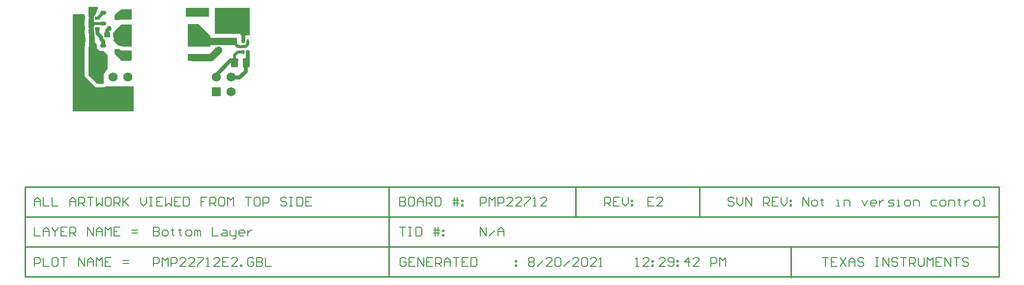
<source format=gbl>
G04*
G04 #@! TF.GenerationSoftware,Altium Limited,Altium Designer,21.6.1 (37)*
G04*
G04 Layer_Physical_Order=4*
G04 Layer_Color=10066329*
%FSAX44Y44*%
%MOMM*%
G71*
G04*
G04 #@! TF.SameCoordinates,618BDD94-0BF2-4233-98CF-319708F98917*
G04*
G04*
G04 #@! TF.FilePolarity,Positive*
G04*
G01*
G75*
%ADD15C,0.2032*%
%ADD17C,0.2540*%
G04:AMPARAMS|DCode=18|XSize=0.75mm|YSize=0.4mm|CornerRadius=0.05mm|HoleSize=0mm|Usage=FLASHONLY|Rotation=270.000|XOffset=0mm|YOffset=0mm|HoleType=Round|Shape=RoundedRectangle|*
%AMROUNDEDRECTD18*
21,1,0.7500,0.3000,0,0,270.0*
21,1,0.6500,0.4000,0,0,270.0*
1,1,0.1000,-0.1500,-0.3250*
1,1,0.1000,-0.1500,0.3250*
1,1,0.1000,0.1500,0.3250*
1,1,0.1000,0.1500,-0.3250*
%
%ADD18ROUNDEDRECTD18*%
%ADD19R,1.2700X1.6002*%
%ADD20R,1.6002X1.2700*%
G04:AMPARAMS|DCode=21|XSize=0.9144mm|YSize=1.2192mm|CornerRadius=0.0503mm|HoleSize=0mm|Usage=FLASHONLY|Rotation=180.000|XOffset=0mm|YOffset=0mm|HoleType=Round|Shape=RoundedRectangle|*
%AMROUNDEDRECTD21*
21,1,0.9144,1.1186,0,0,180.0*
21,1,0.8138,1.2192,0,0,180.0*
1,1,0.1006,-0.4069,0.5593*
1,1,0.1006,0.4069,0.5593*
1,1,0.1006,0.4069,-0.5593*
1,1,0.1006,-0.4069,-0.5593*
%
%ADD21ROUNDEDRECTD21*%
G04:AMPARAMS|DCode=22|XSize=0.9144mm|YSize=1.2192mm|CornerRadius=0.0503mm|HoleSize=0mm|Usage=FLASHONLY|Rotation=270.000|XOffset=0mm|YOffset=0mm|HoleType=Round|Shape=RoundedRectangle|*
%AMROUNDEDRECTD22*
21,1,0.9144,1.1186,0,0,270.0*
21,1,0.8138,1.2192,0,0,270.0*
1,1,0.1006,-0.5593,-0.4069*
1,1,0.1006,-0.5593,0.4069*
1,1,0.1006,0.5593,0.4069*
1,1,0.1006,0.5593,-0.4069*
%
%ADD22ROUNDEDRECTD22*%
G04:AMPARAMS|DCode=23|XSize=1.82mm|YSize=1.12mm|CornerRadius=0.0504mm|HoleSize=0mm|Usage=FLASHONLY|Rotation=0.000|XOffset=0mm|YOffset=0mm|HoleType=Round|Shape=RoundedRectangle|*
%AMROUNDEDRECTD23*
21,1,1.8200,1.0192,0,0,0.0*
21,1,1.7192,1.1200,0,0,0.0*
1,1,0.1008,0.8596,-0.5096*
1,1,0.1008,-0.8596,-0.5096*
1,1,0.1008,-0.8596,0.5096*
1,1,0.1008,0.8596,0.5096*
%
%ADD23ROUNDEDRECTD23*%
G04:AMPARAMS|DCode=24|XSize=0.55mm|YSize=0.8mm|CornerRadius=0.0495mm|HoleSize=0mm|Usage=FLASHONLY|Rotation=270.000|XOffset=0mm|YOffset=0mm|HoleType=Round|Shape=RoundedRectangle|*
%AMROUNDEDRECTD24*
21,1,0.5500,0.7010,0,0,270.0*
21,1,0.4510,0.8000,0,0,270.0*
1,1,0.0990,-0.3505,-0.2255*
1,1,0.0990,-0.3505,0.2255*
1,1,0.0990,0.3505,0.2255*
1,1,0.0990,0.3505,-0.2255*
%
%ADD24ROUNDEDRECTD24*%
G04:AMPARAMS|DCode=25|XSize=0.6mm|YSize=1mm|CornerRadius=0.15mm|HoleSize=0mm|Usage=FLASHONLY|Rotation=90.000|XOffset=0mm|YOffset=0mm|HoleType=Round|Shape=RoundedRectangle|*
%AMROUNDEDRECTD25*
21,1,0.6000,0.7000,0,0,90.0*
21,1,0.3000,1.0000,0,0,90.0*
1,1,0.3000,0.3500,0.1500*
1,1,0.3000,0.3500,-0.1500*
1,1,0.3000,-0.3500,-0.1500*
1,1,0.3000,-0.3500,0.1500*
%
%ADD25ROUNDEDRECTD25*%
%ADD26R,1.0000X0.9500*%
%ADD35C,1.5700*%
G04:AMPARAMS|DCode=36|XSize=1.57mm|YSize=1.57mm|CornerRadius=0.0471mm|HoleSize=0mm|Usage=FLASHONLY|Rotation=0.000|XOffset=0mm|YOffset=0mm|HoleType=Round|Shape=RoundedRectangle|*
%AMROUNDEDRECTD36*
21,1,1.5700,1.4758,0,0,0.0*
21,1,1.4758,1.5700,0,0,0.0*
1,1,0.0942,0.7379,-0.7379*
1,1,0.0942,-0.7379,-0.7379*
1,1,0.0942,-0.7379,0.7379*
1,1,0.0942,0.7379,0.7379*
%
%ADD36ROUNDEDRECTD36*%
%ADD38C,0.6350*%
%ADD39C,0.5080*%
%ADD40C,1.2700*%
%ADD41C,0.8636*%
G36*
X00418518Y00549992D02*
X00378268D01*
Y00565633D01*
X00418518D01*
Y00549992D01*
D02*
G37*
G36*
X00284918Y00545076D02*
X00255268Y00545076D01*
Y00553243D01*
X00267233Y00562761D01*
X00284918D01*
Y00545076D01*
D02*
G37*
G36*
X00488268Y00518203D02*
X00472744D01*
Y00520743D01*
X00459225D01*
X00458393Y00520853D01*
X00428518D01*
Y00565633D01*
X00488268D01*
Y00518203D01*
D02*
G37*
G36*
X00420300Y00516880D02*
Y00498430D01*
X00382052D01*
Y00537113D01*
X00400068D01*
X00420300Y00516880D01*
D02*
G37*
G36*
X00284918Y00498399D02*
X00268794D01*
X00267977Y00499025D01*
X00266067Y00499816D01*
X00264018Y00500086D01*
X00262614D01*
X00253868Y00508832D01*
Y00522340D01*
X00255336Y00524254D01*
X00256130Y00526171D01*
X00266639Y00536679D01*
X00284918D01*
Y00498399D01*
D02*
G37*
G36*
X00264852Y00493262D02*
X00265612Y00492888D01*
X00266316Y00492417D01*
X00266735Y00492334D01*
X00267118Y00492145D01*
X00267963Y00492090D01*
X00268794Y00491924D01*
X00284918D01*
Y00475100D01*
X00266748Y00475100D01*
X00255268Y00486581D01*
Y00493298D01*
X00264806D01*
X00264852Y00493262D01*
D02*
G37*
G36*
X00227018Y00563936D02*
X00226161Y00562820D01*
X00225370Y00560910D01*
X00225100Y00558861D01*
Y00558624D01*
X00223496Y00557020D01*
X00222513D01*
X00220726Y00556784D01*
X00219061Y00556095D01*
X00217631Y00554997D01*
X00216534Y00553568D01*
X00215844Y00551903D01*
X00215609Y00550116D01*
Y00545606D01*
X00215844Y00543819D01*
X00216534Y00542154D01*
X00217631Y00540724D01*
X00218877Y00539768D01*
X00219057Y00538361D01*
X00218877Y00536954D01*
X00217631Y00535998D01*
X00216534Y00534568D01*
X00215844Y00532902D01*
X00215609Y00531116D01*
Y00526606D01*
X00215844Y00524819D01*
X00216411Y00523451D01*
Y00521382D01*
X00216738Y00518895D01*
X00217698Y00516578D01*
X00219225Y00514589D01*
X00221698Y00512115D01*
Y00505806D01*
X00225186Y00502318D01*
X00225100Y00501668D01*
Y00498668D01*
X00225370Y00496619D01*
X00226161Y00494710D01*
X00227419Y00493070D01*
X00229059Y00491811D01*
X00230969Y00491021D01*
X00233018Y00490751D01*
X00235079D01*
X00236518Y00490561D01*
X00236893Y00490611D01*
X00243956Y00483548D01*
Y00460320D01*
X00237268Y00451073D01*
Y00436254D01*
X00235310Y00434645D01*
X00225711D01*
X00210768Y00449587D01*
Y00498955D01*
X00211618D01*
Y00521155D01*
X00210768D01*
Y00525397D01*
X00210901Y00526405D01*
X00211084Y00526849D01*
X00211451Y00529634D01*
X00211084Y00532419D01*
X00210768Y00533183D01*
Y00544398D01*
X00210832Y00544884D01*
X00210911Y00545076D01*
X00211278Y00547861D01*
X00210911Y00550646D01*
X00210832Y00550837D01*
X00210768Y00551324D01*
Y00567136D01*
X00227018D01*
Y00563936D01*
D02*
G37*
G36*
X00204294Y00551324D02*
X00204374Y00550919D01*
X00204358Y00550837D01*
X00204369Y00550781D01*
X00204349Y00550479D01*
X00204413Y00549992D01*
X00204501Y00549732D01*
X00204748Y00547861D01*
X00204501Y00545990D01*
X00204413Y00545729D01*
X00204349Y00545242D01*
X00204369Y00544940D01*
X00204358Y00544884D01*
X00204374Y00544802D01*
X00204294Y00544398D01*
Y00533183D01*
X00204588Y00531704D01*
X00204767Y00530804D01*
X00204921Y00529634D01*
X00204686Y00527854D01*
X00204482Y00527251D01*
X00204349Y00526243D01*
X00204377Y00525816D01*
X00204294Y00525397D01*
Y00521155D01*
X00204786Y00518678D01*
X00204918Y00518481D01*
Y00501630D01*
X00204786Y00501433D01*
X00204294Y00498955D01*
Y00449587D01*
X00204786Y00447110D01*
X00206190Y00445009D01*
X00221132Y00430067D01*
X00223233Y00428663D01*
X00225711Y00428170D01*
X00235310D01*
X00236244Y00428356D01*
X00237192Y00428450D01*
X00237474Y00428601D01*
X00237787Y00428663D01*
X00238579Y00429193D01*
X00239408Y00429636D01*
X00288268Y00429636D01*
Y00387136D01*
X00183268D01*
Y00553568D01*
X00184561Y00554861D01*
X00204294D01*
Y00551324D01*
D02*
G37*
G54D15*
X00322326Y00186814D02*
Y00171579D01*
X00329944D01*
X00332483Y00174118D01*
Y00176657D01*
X00329944Y00179196D01*
X00322326D01*
X00329944D01*
X00332483Y00181735D01*
Y00184275D01*
X00329944Y00186814D01*
X00322326D01*
X00340100Y00171579D02*
X00345179D01*
X00347718Y00174118D01*
Y00179196D01*
X00345179Y00181735D01*
X00340100D01*
X00337561Y00179196D01*
Y00174118D01*
X00340100Y00171579D01*
X00355335Y00184275D02*
Y00181735D01*
X00352796D01*
X00357874D01*
X00355335D01*
Y00174118D01*
X00357874Y00171579D01*
X00368031Y00184275D02*
Y00181735D01*
X00365492D01*
X00370570D01*
X00368031D01*
Y00174118D01*
X00370570Y00171579D01*
X00380727D02*
X00385806D01*
X00388345Y00174118D01*
Y00179196D01*
X00385806Y00181735D01*
X00380727D01*
X00378188Y00179196D01*
Y00174118D01*
X00380727Y00171579D01*
X00393423D02*
Y00181735D01*
X00395962D01*
X00398501Y00179196D01*
Y00171579D01*
Y00179196D01*
X00401040Y00181735D01*
X00403580Y00179196D01*
Y00171579D01*
X00423893Y00186814D02*
Y00171579D01*
X00434050D01*
X00441667Y00181735D02*
X00446746D01*
X00449285Y00179196D01*
Y00171579D01*
X00441667D01*
X00439128Y00174118D01*
X00441667Y00176657D01*
X00449285D01*
X00454363Y00181735D02*
Y00174118D01*
X00456903Y00171579D01*
X00464520D01*
Y00169039D01*
X00461981Y00166500D01*
X00459442D01*
X00464520Y00171579D02*
Y00181735D01*
X00477216Y00171579D02*
X00472137D01*
X00469598Y00174118D01*
Y00179196D01*
X00472137Y00181735D01*
X00477216D01*
X00479755Y00179196D01*
Y00176657D01*
X00469598D01*
X00484833Y00181735D02*
Y00171579D01*
Y00176657D01*
X00487373Y00179196D01*
X00489912Y00181735D01*
X00492451D01*
X01441196Y00223097D02*
Y00238332D01*
X01451353Y00223097D01*
Y00238332D01*
X01458970Y00223097D02*
X01464049D01*
X01466588Y00225636D01*
Y00230714D01*
X01464049Y00233253D01*
X01458970D01*
X01456431Y00230714D01*
Y00225636D01*
X01458970Y00223097D01*
X01474205Y00235793D02*
Y00233253D01*
X01471666D01*
X01476745D01*
X01474205D01*
Y00225636D01*
X01476745Y00223097D01*
X01499597D02*
X01504675D01*
X01502136D01*
Y00233253D01*
X01499597D01*
X01512293Y00223097D02*
Y00233253D01*
X01519910D01*
X01522450Y00230714D01*
Y00223097D01*
X01542763Y00233253D02*
X01547841Y00223097D01*
X01552920Y00233253D01*
X01565616Y00223097D02*
X01560537D01*
X01557998Y00225636D01*
Y00230714D01*
X01560537Y00233253D01*
X01565616D01*
X01568155Y00230714D01*
Y00228175D01*
X01557998D01*
X01573233Y00233253D02*
Y00223097D01*
Y00228175D01*
X01575773Y00230714D01*
X01578312Y00233253D01*
X01580851D01*
X01588468Y00223097D02*
X01596086D01*
X01598625Y00225636D01*
X01596086Y00228175D01*
X01591008D01*
X01588468Y00230714D01*
X01591008Y00233253D01*
X01598625D01*
X01603703Y00223097D02*
X01608782D01*
X01606243D01*
Y00233253D01*
X01603703D01*
X01618938Y00223097D02*
X01624017D01*
X01626556Y00225636D01*
Y00230714D01*
X01624017Y00233253D01*
X01618938D01*
X01616399Y00230714D01*
Y00225636D01*
X01618938Y00223097D01*
X01631634D02*
Y00233253D01*
X01639252D01*
X01641791Y00230714D01*
Y00223097D01*
X01672261Y00233253D02*
X01664644D01*
X01662104Y00230714D01*
Y00225636D01*
X01664644Y00223097D01*
X01672261D01*
X01679879D02*
X01684957D01*
X01687496Y00225636D01*
Y00230714D01*
X01684957Y00233253D01*
X01679879D01*
X01677340Y00230714D01*
Y00225636D01*
X01679879Y00223097D01*
X01692575D02*
Y00233253D01*
X01700192D01*
X01702731Y00230714D01*
Y00223097D01*
X01710349Y00235793D02*
Y00233253D01*
X01707810D01*
X01712888D01*
X01710349D01*
Y00225636D01*
X01712888Y00223097D01*
X01720506Y00233253D02*
Y00223097D01*
Y00228175D01*
X01723045Y00230714D01*
X01725584Y00233253D01*
X01728123D01*
X01738280Y00223097D02*
X01743358D01*
X01745897Y00225636D01*
Y00230714D01*
X01743358Y00233253D01*
X01738280D01*
X01735741Y00230714D01*
Y00225636D01*
X01738280Y00223097D01*
X01750976D02*
X01756054D01*
X01753515D01*
Y00238332D01*
X01750976D01*
X01322829Y00235793D02*
X01320289Y00238332D01*
X01315211D01*
X01312672Y00235793D01*
Y00233253D01*
X01315211Y00230714D01*
X01320289D01*
X01322829Y00228175D01*
Y00225636D01*
X01320289Y00223097D01*
X01315211D01*
X01312672Y00225636D01*
X01327907Y00238332D02*
Y00228175D01*
X01332985Y00223097D01*
X01338064Y00228175D01*
Y00238332D01*
X01343142Y00223097D02*
Y00238332D01*
X01353299Y00223097D01*
Y00238332D01*
X01373612Y00223097D02*
Y00238332D01*
X01381230D01*
X01383769Y00235793D01*
Y00230714D01*
X01381230Y00228175D01*
X01373612D01*
X01378691D02*
X01383769Y00223097D01*
X01399004Y00238332D02*
X01388847D01*
Y00223097D01*
X01399004D01*
X01388847Y00230714D02*
X01393926D01*
X01404082Y00238332D02*
Y00228175D01*
X01409161Y00223097D01*
X01414239Y00228175D01*
Y00238332D01*
X01419317Y00233253D02*
X01421857D01*
Y00230714D01*
X01419317D01*
Y00233253D01*
Y00225636D02*
X01421857D01*
Y00223097D01*
X01419317D01*
Y00225636D01*
X01099820Y00223097D02*
Y00238332D01*
X01107438D01*
X01109977Y00235793D01*
Y00230714D01*
X01107438Y00228175D01*
X01099820D01*
X01104898D02*
X01109977Y00223097D01*
X01125212Y00238332D02*
X01115055D01*
Y00223097D01*
X01125212D01*
X01115055Y00230714D02*
X01120133D01*
X01130290Y00238332D02*
Y00228175D01*
X01135368Y00223097D01*
X01140447Y00228175D01*
Y00238332D01*
X01145525Y00233253D02*
X01148064D01*
Y00230714D01*
X01145525D01*
Y00233253D01*
Y00225636D02*
X01148064D01*
Y00223097D01*
X01145525D01*
Y00225636D01*
X00322326Y00119295D02*
Y00134530D01*
X00329944D01*
X00332483Y00131991D01*
Y00126912D01*
X00329944Y00124373D01*
X00322326D01*
X00337561Y00119295D02*
Y00134530D01*
X00342639Y00129452D01*
X00347718Y00134530D01*
Y00119295D01*
X00352796D02*
Y00134530D01*
X00360414D01*
X00362953Y00131991D01*
Y00126912D01*
X00360414Y00124373D01*
X00352796D01*
X00378188Y00119295D02*
X00368031D01*
X00378188Y00129452D01*
Y00131991D01*
X00375649Y00134530D01*
X00370570D01*
X00368031Y00131991D01*
X00393423Y00119295D02*
X00383266D01*
X00393423Y00129452D01*
Y00131991D01*
X00390884Y00134530D01*
X00385806D01*
X00383266Y00131991D01*
X00398501Y00134530D02*
X00408658D01*
Y00131991D01*
X00398501Y00121834D01*
Y00119295D01*
X00413736D02*
X00418815D01*
X00416276D01*
Y00134530D01*
X00413736Y00131991D01*
X00436589Y00119295D02*
X00426432D01*
X00436589Y00129452D01*
Y00131991D01*
X00434050Y00134530D01*
X00428971D01*
X00426432Y00131991D01*
X00451824Y00134530D02*
X00441667D01*
Y00119295D01*
X00451824D01*
X00441667Y00126912D02*
X00446746D01*
X00467059Y00119295D02*
X00456903D01*
X00467059Y00129452D01*
Y00131991D01*
X00464520Y00134530D01*
X00459442D01*
X00456903Y00131991D01*
X00472137Y00119295D02*
Y00121834D01*
X00474677D01*
Y00119295D01*
X00472137D01*
X00494990Y00131991D02*
X00492451Y00134530D01*
X00487373D01*
X00484833Y00131991D01*
Y00121834D01*
X00487373Y00119295D01*
X00492451D01*
X00494990Y00121834D01*
Y00126912D01*
X00489912D01*
X00500069Y00134530D02*
Y00119295D01*
X00507686D01*
X00510225Y00121834D01*
Y00124373D01*
X00507686Y00126912D01*
X00500069D01*
X00507686D01*
X00510225Y00129452D01*
Y00131991D01*
X00507686Y00134530D01*
X00500069D01*
X00515304D02*
Y00119295D01*
X00525460D01*
X00968121Y00131991D02*
X00970660Y00134530D01*
X00975739D01*
X00978278Y00131991D01*
Y00129452D01*
X00975739Y00126912D01*
X00978278Y00124373D01*
Y00121834D01*
X00975739Y00119295D01*
X00970660D01*
X00968121Y00121834D01*
Y00124373D01*
X00970660Y00126912D01*
X00968121Y00129452D01*
Y00131991D01*
X00970660Y00126912D02*
X00975739D01*
X00983356Y00119295D02*
X00993513Y00129452D01*
X01008748Y00119295D02*
X00998591D01*
X01008748Y00129452D01*
Y00131991D01*
X01006209Y00134530D01*
X01001130D01*
X00998591Y00131991D01*
X01013826D02*
X01016365Y00134530D01*
X01021444D01*
X01023983Y00131991D01*
Y00121834D01*
X01021444Y00119295D01*
X01016365D01*
X01013826Y00121834D01*
Y00131991D01*
X01029061Y00119295D02*
X01039218Y00129452D01*
X01054453Y00119295D02*
X01044296D01*
X01054453Y00129452D01*
Y00131991D01*
X01051914Y00134530D01*
X01046835D01*
X01044296Y00131991D01*
X01059531D02*
X01062071Y00134530D01*
X01067149D01*
X01069688Y00131991D01*
Y00121834D01*
X01067149Y00119295D01*
X01062071D01*
X01059531Y00121834D01*
Y00131991D01*
X01084923Y00119295D02*
X01074766D01*
X01084923Y00129452D01*
Y00131991D01*
X01082384Y00134530D01*
X01077306D01*
X01074766Y00131991D01*
X01090002Y00119295D02*
X01095080D01*
X01092541D01*
Y00134530D01*
X01090002Y00131991D01*
X00757425D02*
X00754885Y00134530D01*
X00749807D01*
X00747268Y00131991D01*
Y00121834D01*
X00749807Y00119295D01*
X00754885D01*
X00757425Y00121834D01*
Y00126912D01*
X00752346D01*
X00772660Y00134530D02*
X00762503D01*
Y00119295D01*
X00772660D01*
X00762503Y00126912D02*
X00767581D01*
X00777738Y00119295D02*
Y00134530D01*
X00787895Y00119295D01*
Y00134530D01*
X00803130D02*
X00792973D01*
Y00119295D01*
X00803130D01*
X00792973Y00126912D02*
X00798052D01*
X00808208Y00119295D02*
Y00134530D01*
X00815826D01*
X00818365Y00131991D01*
Y00126912D01*
X00815826Y00124373D01*
X00808208D01*
X00813287D02*
X00818365Y00119295D01*
X00823443D02*
Y00129452D01*
X00828522Y00134530D01*
X00833600Y00129452D01*
Y00119295D01*
Y00126912D01*
X00823443D01*
X00838678Y00134530D02*
X00848835D01*
X00843757D01*
Y00119295D01*
X00864070Y00134530D02*
X00853913D01*
Y00119295D01*
X00864070D01*
X00853913Y00126912D02*
X00858992D01*
X00869149Y00134530D02*
Y00119295D01*
X00876766D01*
X00879305Y00121834D01*
Y00131991D01*
X00876766Y00134530D01*
X00869149D01*
X00945324Y00129452D02*
X00947863D01*
Y00126912D01*
X00945324D01*
Y00129452D01*
Y00121834D02*
X00947863D01*
Y00119295D01*
X00945324D01*
Y00121834D01*
X00117729Y00223097D02*
Y00233253D01*
X00122807Y00238332D01*
X00127886Y00233253D01*
Y00223097D01*
Y00230714D01*
X00117729D01*
X00132964Y00238332D02*
Y00223097D01*
X00143121D01*
X00148199Y00238332D02*
Y00223097D01*
X00158356D01*
X00178669D02*
Y00233253D01*
X00183748Y00238332D01*
X00188826Y00233253D01*
Y00223097D01*
Y00230714D01*
X00178669D01*
X00193904Y00223097D02*
Y00238332D01*
X00201522D01*
X00204061Y00235793D01*
Y00230714D01*
X00201522Y00228175D01*
X00193904D01*
X00198983D02*
X00204061Y00223097D01*
X00209139Y00238332D02*
X00219296D01*
X00214218D01*
Y00223097D01*
X00224375Y00238332D02*
Y00223097D01*
X00229453Y00228175D01*
X00234531Y00223097D01*
Y00238332D01*
X00247227D02*
X00242149D01*
X00239610Y00235793D01*
Y00225636D01*
X00242149Y00223097D01*
X00247227D01*
X00249766Y00225636D01*
Y00235793D01*
X00247227Y00238332D01*
X00254845Y00223097D02*
Y00238332D01*
X00262462D01*
X00265001Y00235793D01*
Y00230714D01*
X00262462Y00228175D01*
X00254845D01*
X00259923D02*
X00265001Y00223097D01*
X00270080Y00238332D02*
Y00223097D01*
Y00228175D01*
X00280236Y00238332D01*
X00272619Y00230714D01*
X00280236Y00223097D01*
X00300550Y00238332D02*
Y00228175D01*
X00305628Y00223097D01*
X00310707Y00228175D01*
Y00238332D01*
X00315785D02*
X00320863D01*
X00318324D01*
Y00223097D01*
X00315785D01*
X00320863D01*
X00338638Y00238332D02*
X00328481D01*
Y00223097D01*
X00338638D01*
X00328481Y00230714D02*
X00333559D01*
X00343716Y00238332D02*
Y00223097D01*
X00348794Y00228175D01*
X00353873Y00223097D01*
Y00238332D01*
X00369108D02*
X00358951D01*
Y00223097D01*
X00369108D01*
X00358951Y00230714D02*
X00364029D01*
X00374186Y00238332D02*
Y00223097D01*
X00381804D01*
X00384343Y00225636D01*
Y00235793D01*
X00381804Y00238332D01*
X00374186D01*
X00414813D02*
X00404656D01*
Y00230714D01*
X00409734D01*
X00404656D01*
Y00223097D01*
X00419891D02*
Y00238332D01*
X00427509D01*
X00430048Y00235793D01*
Y00230714D01*
X00427509Y00228175D01*
X00419891D01*
X00424970D02*
X00430048Y00223097D01*
X00442744Y00238332D02*
X00437665D01*
X00435126Y00235793D01*
Y00225636D01*
X00437665Y00223097D01*
X00442744D01*
X00445283Y00225636D01*
Y00235793D01*
X00442744Y00238332D01*
X00450361Y00223097D02*
Y00238332D01*
X00455440Y00233253D01*
X00460518Y00238332D01*
Y00223097D01*
X00480832Y00238332D02*
X00490988D01*
X00485910D01*
Y00223097D01*
X00503684Y00238332D02*
X00498606D01*
X00496067Y00235793D01*
Y00225636D01*
X00498606Y00223097D01*
X00503684D01*
X00506223Y00225636D01*
Y00235793D01*
X00503684Y00238332D01*
X00511302Y00223097D02*
Y00238332D01*
X00518919D01*
X00521458Y00235793D01*
Y00230714D01*
X00518919Y00228175D01*
X00511302D01*
X00551929Y00235793D02*
X00549389Y00238332D01*
X00544311D01*
X00541772Y00235793D01*
Y00233253D01*
X00544311Y00230714D01*
X00549389D01*
X00551929Y00228175D01*
Y00225636D01*
X00549389Y00223097D01*
X00544311D01*
X00541772Y00225636D01*
X00557007Y00238332D02*
X00562085D01*
X00559546D01*
Y00223097D01*
X00557007D01*
X00562085D01*
X00569703Y00238332D02*
Y00223097D01*
X00577320D01*
X00579860Y00225636D01*
Y00235793D01*
X00577320Y00238332D01*
X00569703D01*
X00595095D02*
X00584938D01*
Y00223097D01*
X00595095D01*
X00584938Y00230714D02*
X00590016D01*
X01184018Y00238332D02*
X01173861D01*
Y00223097D01*
X01184018D01*
X01173861Y00230714D02*
X01178939D01*
X01199253Y00223097D02*
X01189096D01*
X01199253Y00233253D01*
Y00235793D01*
X01196714Y00238332D01*
X01191635D01*
X01189096Y00235793D01*
X00885317Y00223097D02*
Y00238332D01*
X00892934D01*
X00895474Y00235793D01*
Y00230714D01*
X00892934Y00228175D01*
X00885317D01*
X00900552Y00223097D02*
Y00238332D01*
X00905630Y00233253D01*
X00910709Y00238332D01*
Y00223097D01*
X00915787D02*
Y00238332D01*
X00923405D01*
X00925944Y00235793D01*
Y00230714D01*
X00923405Y00228175D01*
X00915787D01*
X00941179Y00223097D02*
X00931022D01*
X00941179Y00233253D01*
Y00235793D01*
X00938640Y00238332D01*
X00933561D01*
X00931022Y00235793D01*
X00956414Y00223097D02*
X00946257D01*
X00956414Y00233253D01*
Y00235793D01*
X00953875Y00238332D01*
X00948796D01*
X00946257Y00235793D01*
X00961492Y00238332D02*
X00971649D01*
Y00235793D01*
X00961492Y00225636D01*
Y00223097D01*
X00976727D02*
X00981806D01*
X00979267D01*
Y00238332D01*
X00976727Y00235793D01*
X00999580Y00223097D02*
X00989423D01*
X00999580Y00233253D01*
Y00235793D01*
X00997041Y00238332D01*
X00991963D01*
X00989423Y00235793D01*
X00746760Y00238332D02*
Y00223097D01*
X00754378D01*
X00756917Y00225636D01*
Y00228175D01*
X00754378Y00230714D01*
X00746760D01*
X00754378D01*
X00756917Y00233253D01*
Y00235793D01*
X00754378Y00238332D01*
X00746760D01*
X00769613D02*
X00764534D01*
X00761995Y00235793D01*
Y00225636D01*
X00764534Y00223097D01*
X00769613D01*
X00772152Y00225636D01*
Y00235793D01*
X00769613Y00238332D01*
X00777230Y00223097D02*
Y00233253D01*
X00782309Y00238332D01*
X00787387Y00233253D01*
Y00223097D01*
Y00230714D01*
X00777230D01*
X00792465Y00223097D02*
Y00238332D01*
X00800083D01*
X00802622Y00235793D01*
Y00230714D01*
X00800083Y00228175D01*
X00792465D01*
X00797544D02*
X00802622Y00223097D01*
X00807700Y00238332D02*
Y00223097D01*
X00815318D01*
X00817857Y00225636D01*
Y00235793D01*
X00815318Y00238332D01*
X00807700D01*
X00840710Y00223097D02*
Y00238332D01*
X00845788D02*
Y00223097D01*
X00838170Y00233253D02*
X00845788D01*
X00848327D01*
X00838170Y00228175D02*
X00848327D01*
X00853406Y00233253D02*
X00855945D01*
Y00230714D01*
X00853406D01*
Y00233253D01*
Y00225636D02*
X00855945D01*
Y00223097D01*
X00853406D01*
Y00225636D01*
X00117729Y00186814D02*
Y00171579D01*
X00127886D01*
X00132964D02*
Y00181735D01*
X00138042Y00186814D01*
X00143121Y00181735D01*
Y00171579D01*
Y00179196D01*
X00132964D01*
X00148199Y00186814D02*
Y00184275D01*
X00153278Y00179196D01*
X00158356Y00184275D01*
Y00186814D01*
X00153278Y00179196D02*
Y00171579D01*
X00173591Y00186814D02*
X00163434D01*
Y00171579D01*
X00173591D01*
X00163434Y00179196D02*
X00168513D01*
X00178669Y00171579D02*
Y00186814D01*
X00186287D01*
X00188826Y00184275D01*
Y00179196D01*
X00186287Y00176657D01*
X00178669D01*
X00183748D02*
X00188826Y00171579D01*
X00209139D02*
Y00186814D01*
X00219296Y00171579D01*
Y00186814D01*
X00224375Y00171579D02*
Y00181735D01*
X00229453Y00186814D01*
X00234531Y00181735D01*
Y00171579D01*
Y00179196D01*
X00224375D01*
X00239610Y00171579D02*
Y00186814D01*
X00244688Y00181735D01*
X00249766Y00186814D01*
Y00171579D01*
X00265001Y00186814D02*
X00254845D01*
Y00171579D01*
X00265001D01*
X00254845Y00179196D02*
X00259923D01*
X00285315Y00176657D02*
X00295471D01*
X00285315Y00181735D02*
X00295471D01*
X00117729Y00119295D02*
Y00134530D01*
X00125346D01*
X00127886Y00131991D01*
Y00126912D01*
X00125346Y00124373D01*
X00117729D01*
X00132964Y00134530D02*
Y00119295D01*
X00143121D01*
X00155817Y00134530D02*
X00150738D01*
X00148199Y00131991D01*
Y00121834D01*
X00150738Y00119295D01*
X00155817D01*
X00158356Y00121834D01*
Y00131991D01*
X00155817Y00134530D01*
X00163434D02*
X00173591D01*
X00168513D01*
Y00119295D01*
X00193904D02*
Y00134530D01*
X00204061Y00119295D01*
Y00134530D01*
X00209139Y00119295D02*
Y00129452D01*
X00214218Y00134530D01*
X00219296Y00129452D01*
Y00119295D01*
Y00126912D01*
X00209139D01*
X00224375Y00119295D02*
Y00134530D01*
X00229453Y00129452D01*
X00234531Y00134530D01*
Y00119295D01*
X00249766Y00134530D02*
X00239610D01*
Y00119295D01*
X00249766D01*
X00239610Y00126912D02*
X00244688D01*
X00270080Y00124373D02*
X00280236D01*
X00270080Y00129452D02*
X00280236D01*
X01153287Y00119295D02*
X01158365D01*
X01155826D01*
Y00134530D01*
X01153287Y00131991D01*
X01176140Y00119295D02*
X01165983D01*
X01176140Y00129452D01*
Y00131991D01*
X01173600Y00134530D01*
X01168522D01*
X01165983Y00131991D01*
X01181218Y00129452D02*
X01183757D01*
Y00126912D01*
X01181218D01*
Y00129452D01*
Y00121834D02*
X01183757D01*
Y00119295D01*
X01181218D01*
Y00121834D01*
X01204071Y00119295D02*
X01193914D01*
X01204071Y00129452D01*
Y00131991D01*
X01201531Y00134530D01*
X01196453D01*
X01193914Y00131991D01*
X01209149Y00121834D02*
X01211688Y00119295D01*
X01216767D01*
X01219306Y00121834D01*
Y00131991D01*
X01216767Y00134530D01*
X01211688D01*
X01209149Y00131991D01*
Y00129452D01*
X01211688Y00126912D01*
X01219306D01*
X01224384Y00129452D02*
X01226923D01*
Y00126912D01*
X01224384D01*
Y00129452D01*
Y00121834D02*
X01226923D01*
Y00119295D01*
X01224384D01*
Y00121834D01*
X01244697Y00119295D02*
Y00134530D01*
X01237080Y00126912D01*
X01247237D01*
X01262472Y00119295D02*
X01252315D01*
X01262472Y00129452D01*
Y00131991D01*
X01259932Y00134530D01*
X01254854D01*
X01252315Y00131991D01*
X01282785Y00119295D02*
Y00134530D01*
X01290403D01*
X01292942Y00131991D01*
Y00126912D01*
X01290403Y00124373D01*
X01282785D01*
X01298020Y00119295D02*
Y00134530D01*
X01303098Y00129452D01*
X01308177Y00134530D01*
Y00119295D01*
X01474470Y00134530D02*
X01484627D01*
X01479548D01*
Y00119295D01*
X01499862Y00134530D02*
X01489705D01*
Y00119295D01*
X01499862D01*
X01489705Y00126912D02*
X01494783D01*
X01504940Y00134530D02*
X01515097Y00119295D01*
Y00134530D02*
X01504940Y00119295D01*
X01520175D02*
Y00129452D01*
X01525254Y00134530D01*
X01530332Y00129452D01*
Y00119295D01*
Y00126912D01*
X01520175D01*
X01545567Y00131991D02*
X01543028Y00134530D01*
X01537950D01*
X01535410Y00131991D01*
Y00129452D01*
X01537950Y00126912D01*
X01543028D01*
X01545567Y00124373D01*
Y00121834D01*
X01543028Y00119295D01*
X01537950D01*
X01535410Y00121834D01*
X01565880Y00134530D02*
X01570959D01*
X01568420D01*
Y00119295D01*
X01565880D01*
X01570959D01*
X01578576D02*
Y00134530D01*
X01588733Y00119295D01*
Y00134530D01*
X01603968Y00131991D02*
X01601429Y00134530D01*
X01596351D01*
X01593811Y00131991D01*
Y00129452D01*
X01596351Y00126912D01*
X01601429D01*
X01603968Y00124373D01*
Y00121834D01*
X01601429Y00119295D01*
X01596351D01*
X01593811Y00121834D01*
X01609046Y00134530D02*
X01619203D01*
X01614125D01*
Y00119295D01*
X01624281D02*
Y00134530D01*
X01631899D01*
X01634438Y00131991D01*
Y00126912D01*
X01631899Y00124373D01*
X01624281D01*
X01629360D02*
X01634438Y00119295D01*
X01639517Y00134530D02*
Y00121834D01*
X01642056Y00119295D01*
X01647134D01*
X01649673Y00121834D01*
Y00134530D01*
X01654752Y00119295D02*
Y00134530D01*
X01659830Y00129452D01*
X01664908Y00134530D01*
Y00119295D01*
X01680143Y00134530D02*
X01669987D01*
Y00119295D01*
X01680143D01*
X01669987Y00126912D02*
X01675065D01*
X01685222Y00119295D02*
Y00134530D01*
X01695379Y00119295D01*
Y00134530D01*
X01700457D02*
X01710614D01*
X01705535D01*
Y00119295D01*
X01725849Y00131991D02*
X01723309Y00134530D01*
X01718231D01*
X01715692Y00131991D01*
Y00129452D01*
X01718231Y00126912D01*
X01723309D01*
X01725849Y00124373D01*
Y00121834D01*
X01723309Y00119295D01*
X01718231D01*
X01715692Y00121834D01*
X00746760Y00186685D02*
X00756917D01*
X00751838D01*
Y00171450D01*
X00761995Y00186685D02*
X00767073D01*
X00764534D01*
Y00171450D01*
X00761995D01*
X00767073D01*
X00774691Y00186685D02*
Y00171450D01*
X00782309D01*
X00784848Y00173989D01*
Y00184146D01*
X00782309Y00186685D01*
X00774691D01*
X00807700Y00171450D02*
Y00186685D01*
X00812779D02*
Y00171450D01*
X00805161Y00181607D02*
X00812779D01*
X00815318D01*
X00805161Y00176528D02*
X00815318D01*
X00820396Y00181607D02*
X00822935D01*
Y00179067D01*
X00820396D01*
Y00181607D01*
Y00173989D02*
X00822935D01*
Y00171450D01*
X00820396D01*
Y00173989D01*
X00885317Y00171450D02*
Y00186685D01*
X00895474Y00171450D01*
Y00186685D01*
X00900552Y00171450D02*
X00910709Y00181607D01*
X00915787Y00171450D02*
Y00181607D01*
X00920865Y00186685D01*
X00925944Y00181607D01*
Y00171450D01*
Y00179067D01*
X00915787D01*
G54D17*
X01262888Y00205020D02*
Y00256667D01*
X01049528Y00205020D02*
Y00256667D01*
X00101600Y00205020D02*
X01778508D01*
X00101600Y00153374D02*
X01778000D01*
X00101600Y00101727D02*
X01118870D01*
X00101727Y00256667D02*
X01778508D01*
X00101727Y00101727D02*
Y00256667D01*
Y00101727D02*
X00501904D01*
X00101600D02*
Y00256667D01*
X00727710Y00101727D02*
Y00256667D01*
X01778508Y00101727D02*
Y00256667D01*
X01118870Y00101727D02*
X01778508D01*
X01420876Y00100076D02*
Y00151596D01*
G54D18*
X00477268Y00507681D02*
D03*
Y00489180D02*
D03*
X00485268Y00507681D02*
D03*
Y00489180D02*
D03*
G54D19*
X00482862Y00470378D02*
D03*
X00462542D02*
D03*
G54D20*
X00458393Y00508043D02*
D03*
Y00528363D02*
D03*
G54D21*
X00411054Y00558825D02*
D03*
X00443820D02*
D03*
G54D22*
X00433938Y00492551D02*
D03*
Y00525317D02*
D03*
G54D23*
X00391468Y00480103D02*
D03*
Y00505503D02*
D03*
Y00530903D02*
D03*
Y00556303D02*
D03*
X00275068D02*
D03*
Y00530903D02*
D03*
Y00505503D02*
D03*
Y00480103D02*
D03*
G54D24*
X00226018Y00547861D02*
D03*
Y00538361D02*
D03*
Y00528861D02*
D03*
X00200518D02*
D03*
Y00547861D02*
D03*
G54D25*
X00260518Y00490668D02*
D03*
X00236518Y00500168D02*
D03*
Y00481169D02*
D03*
X00260518Y00547861D02*
D03*
X00236518Y00557361D02*
D03*
Y00538361D02*
D03*
G54D26*
X00216268Y00510055D02*
D03*
X00200268D02*
D03*
X00258518Y00518563D02*
D03*
X00242518D02*
D03*
G54D35*
X00278731Y00445786D02*
D03*
X00253331D02*
D03*
X00227931D02*
D03*
X00278731Y00420386D02*
D03*
X00253331D02*
D03*
X00456405Y00445786D02*
D03*
X00431005D02*
D03*
X00456405Y00420386D02*
D03*
G54D36*
X00227931Y00420386D02*
D03*
X00431005Y00420386D02*
D03*
G54D38*
X00477236Y00523308D02*
X00477268Y00523276D01*
Y00507681D02*
Y00523276D01*
X00242518Y00518563D02*
Y00526134D01*
X00246018Y00529634D01*
X00481268Y00455500D02*
Y00474600D01*
X00485268Y00478600D01*
Y00489180D01*
X00455768Y00474600D02*
X00465268D01*
X00258518Y00518896D02*
X00260163Y00517252D01*
X00258518Y00518896D02*
X00259561D01*
X00269143Y00482528D02*
X00271568Y00480103D01*
X00275068D01*
X00260163Y00516908D02*
Y00517252D01*
X00271568Y00505503D02*
X00275068D01*
X00271568Y00530903D02*
X00275068D01*
X00271568Y00556303D02*
X00275068D01*
X00430768Y00445000D02*
Y00449600D01*
X00455768Y00474600D01*
X00456168Y00445000D02*
X00470768D01*
X00481268Y00455500D01*
X00226018Y00521382D02*
Y00528861D01*
Y00521382D02*
X00232343Y00515057D01*
Y00511670D02*
Y00515057D01*
Y00511670D02*
X00236518Y00507495D01*
Y00500168D02*
Y00507495D01*
G54D39*
X00458393Y00508043D02*
X00468006Y00498430D01*
X00481124D01*
X00485268Y00502574D01*
Y00507681D01*
X00219018Y00493867D02*
Y00511314D01*
X00218303Y00512029D02*
X00219018Y00511314D01*
X00218303Y00512029D02*
Y00523695D01*
X00462584Y00477284D02*
X00465268Y00474600D01*
X00462584Y00477284D02*
Y00483770D01*
X00467963Y00489149D01*
X00477236D01*
X00477268Y00489180D01*
X00215719Y00456936D02*
X00227694Y00444961D01*
X00215719Y00456936D02*
Y00479170D01*
X00200691Y00491044D02*
X00200941Y00491294D01*
X00220768Y00538111D02*
X00221018Y00538361D01*
X00217478Y00538111D02*
X00220768D01*
X00217478Y00534821D02*
X00220768Y00538111D01*
X00217478D02*
Y00552201D01*
X00220768Y00555491D01*
Y00559636D01*
X00224717Y00488168D02*
X00231717Y00481169D01*
X00219018Y00493867D02*
X00224717Y00488168D01*
X00215719Y00479170D02*
X00224717Y00488168D01*
X00221018Y00538361D02*
X00226018D01*
X00217478Y00524520D02*
Y00534821D01*
Y00524520D02*
X00218303Y00523695D01*
X00231717Y00481169D02*
X00236518D01*
X00227018Y00547861D02*
X00236518Y00557361D01*
X00226018Y00547861D02*
X00227018D01*
X00226018Y00538361D02*
X00236518D01*
G54D40*
X00409738Y00506253D02*
X00411527Y00508043D01*
X00458393D01*
X00421491Y00480103D02*
X00433938Y00492551D01*
X00391468Y00480103D02*
X00421491D01*
X00391468Y00505503D02*
X00392218Y00506253D01*
X00409738D01*
G54D41*
X00246018Y00529634D02*
D03*
X00270093Y00518714D02*
D03*
X00188214Y00529634D02*
D03*
Y00491294D02*
D03*
Y00510294D02*
D03*
X00200518Y00547861D02*
D03*
X00220768Y00559636D02*
D03*
X00200691Y00529634D02*
D03*
M02*

</source>
